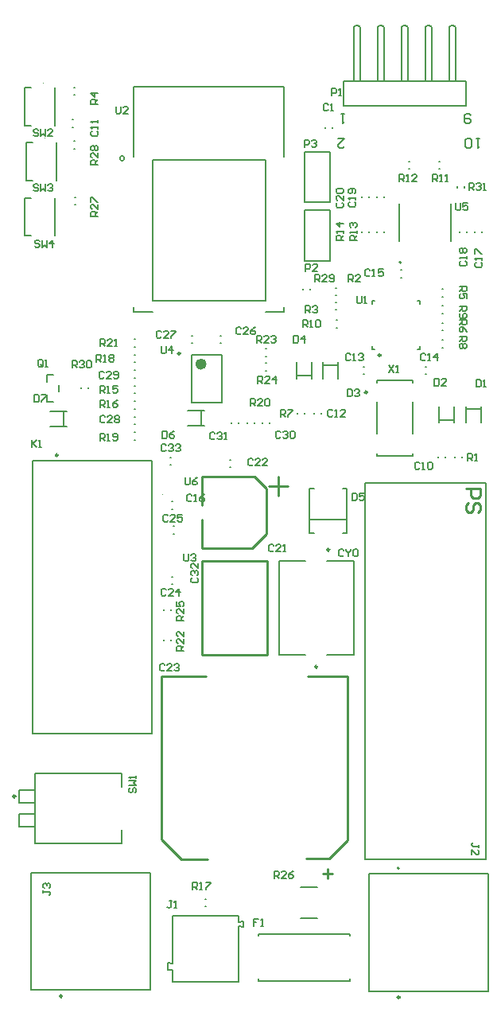
<source format=gto>
G04*
G04 #@! TF.GenerationSoftware,Altium Limited,Altium Designer,20.2.8 (258)*
G04*
G04 Layer_Color=65535*
%FSLAX25Y25*%
%MOIN*%
G70*
G04*
G04 #@! TF.SameCoordinates,EDA4C1AF-4C8F-4A80-A391-42A014D8E1DD*
G04*
G04*
G04 #@! TF.FilePolarity,Positive*
G04*
G01*
G75*
%ADD10C,0.00500*%
%ADD11C,0.00394*%
%ADD12C,0.00984*%
%ADD13C,0.00787*%
%ADD14C,0.02362*%
%ADD15C,0.01000*%
%ADD16C,0.00600*%
D10*
X555539Y466319D02*
G03*
X555539Y466319I-984J0D01*
G01*
X614595Y401850D02*
X622469D01*
Y403819D01*
X559476Y401850D02*
X567350D01*
X559476D02*
Y403819D01*
X622469Y466811D02*
Y496339D01*
X559476D02*
X622469D01*
X559476Y466811D02*
Y496339D01*
X567350Y406732D02*
Y465787D01*
Y406732D02*
X614595D01*
Y465787D01*
X567350D02*
X614595D01*
X629457Y161114D02*
X636543D01*
X629457Y147886D02*
X636543D01*
X656539Y172760D02*
X706933D01*
X656539D02*
Y330240D01*
X706933D01*
Y172760D02*
Y330240D01*
X692317Y431646D02*
Y447354D01*
X670683Y431646D02*
Y447354D01*
X700001Y453000D02*
Y456000D01*
X701501D01*
X702001Y455500D01*
Y454500D01*
X701501Y454000D01*
X700001D01*
X701001D02*
X702001Y453000D01*
X703000Y455500D02*
X703500Y456000D01*
X704500D01*
X704999Y455500D01*
Y455000D01*
X704500Y454500D01*
X704000D01*
X704500D01*
X704999Y454000D01*
Y453500D01*
X704500Y453000D01*
X703500D01*
X703000Y453500D01*
X705999Y453000D02*
X706999D01*
X706499D01*
Y456000D01*
X705999Y455500D01*
X552001Y487999D02*
Y485500D01*
X552501Y485001D01*
X553500D01*
X554000Y485500D01*
Y487999D01*
X556999Y485001D02*
X555000D01*
X556999Y487000D01*
Y487500D01*
X556499Y487999D01*
X555500D01*
X555000Y487500D01*
X581001Y332500D02*
Y330000D01*
X581501Y329501D01*
X582500D01*
X583000Y330000D01*
Y332500D01*
X585999D02*
X585000Y332000D01*
X584000Y331000D01*
Y330000D01*
X584500Y329501D01*
X585499D01*
X585999Y330000D01*
Y330500D01*
X585499Y331000D01*
X584000D01*
X704149Y177500D02*
Y178499D01*
Y178000D01*
X701650D01*
X701150Y178499D01*
Y178999D01*
X701650Y179499D01*
X701150Y174501D02*
Y176500D01*
X703149Y174501D01*
X703649D01*
X704149Y175001D01*
Y176000D01*
X703649Y176500D01*
X618300Y164700D02*
Y167699D01*
X619800D01*
X620299Y167199D01*
Y166200D01*
X619800Y165700D01*
X618300D01*
X619300D02*
X620299Y164700D01*
X623298D02*
X621299D01*
X623298Y166699D01*
Y167199D01*
X622798Y167699D01*
X621799D01*
X621299Y167199D01*
X626297Y167699D02*
X625298Y167199D01*
X624298Y166200D01*
Y165200D01*
X624798Y164700D01*
X625798D01*
X626297Y165200D01*
Y165700D01*
X625798Y166200D01*
X624298D01*
X520001Y431500D02*
X519501Y431999D01*
X518501D01*
X518001Y431500D01*
Y431000D01*
X518501Y430500D01*
X519501D01*
X520001Y430000D01*
Y429500D01*
X519501Y429001D01*
X518501D01*
X518001Y429500D01*
X521000Y431999D02*
Y429001D01*
X522000Y430000D01*
X523000Y429001D01*
Y431999D01*
X525499Y429001D02*
Y431999D01*
X523999Y430500D01*
X525999D01*
X519501Y455000D02*
X519001Y455500D01*
X518001D01*
X517501Y455000D01*
Y454500D01*
X518001Y454000D01*
X519001D01*
X519501Y453500D01*
Y453000D01*
X519001Y452500D01*
X518001D01*
X517501Y453000D01*
X520500Y455500D02*
Y452500D01*
X521500Y453500D01*
X522500Y452500D01*
Y455500D01*
X523499Y455000D02*
X523999Y455500D01*
X524999D01*
X525499Y455000D01*
Y454500D01*
X524999Y454000D01*
X524499D01*
X524999D01*
X525499Y453500D01*
Y453000D01*
X524999Y452500D01*
X523999D01*
X523499Y453000D01*
X533600Y378500D02*
Y381499D01*
X535100D01*
X535599Y380999D01*
Y379999D01*
X535100Y379500D01*
X533600D01*
X534600D02*
X535599Y378500D01*
X536599Y380999D02*
X537099Y381499D01*
X538098D01*
X538598Y380999D01*
Y380499D01*
X538098Y379999D01*
X537599D01*
X538098D01*
X538598Y379500D01*
Y379000D01*
X538098Y378500D01*
X537099D01*
X536599Y379000D01*
X539598Y380999D02*
X540098Y381499D01*
X541098D01*
X541597Y380999D01*
Y379000D01*
X541098Y378500D01*
X540098D01*
X539598Y379000D01*
Y380999D01*
X635501Y414501D02*
Y417499D01*
X637001D01*
X637501Y417000D01*
Y416000D01*
X637001Y415500D01*
X635501D01*
X636501D02*
X637501Y414501D01*
X640500D02*
X638500D01*
X640500Y416500D01*
Y417000D01*
X640000Y417499D01*
X639000D01*
X638500Y417000D01*
X641499Y415000D02*
X641999Y414501D01*
X642999D01*
X643499Y415000D01*
Y417000D01*
X642999Y417499D01*
X641999D01*
X641499Y417000D01*
Y416500D01*
X641999Y416000D01*
X643499D01*
X544499Y463501D02*
X541501D01*
Y465001D01*
X542000Y465501D01*
X543000D01*
X543500Y465001D01*
Y463501D01*
Y464501D02*
X544499Y465501D01*
Y468500D02*
Y466500D01*
X542500Y468500D01*
X542000D01*
X541501Y468000D01*
Y467000D01*
X542000Y466500D01*
Y469499D02*
X541501Y469999D01*
Y470999D01*
X542000Y471499D01*
X542500D01*
X543000Y470999D01*
X543500Y471499D01*
X544000D01*
X544499Y470999D01*
Y469999D01*
X544000Y469499D01*
X543500D01*
X543000Y469999D01*
X542500Y469499D01*
X542000D01*
X543000Y469999D02*
Y470999D01*
X544499Y442001D02*
X541501D01*
Y443501D01*
X542000Y444001D01*
X543000D01*
X543500Y443501D01*
Y442001D01*
Y443001D02*
X544499Y444001D01*
Y447000D02*
Y445000D01*
X542500Y447000D01*
X542000D01*
X541501Y446500D01*
Y445500D01*
X542000Y445000D01*
X541501Y447999D02*
Y449999D01*
X542000D01*
X544000Y447999D01*
X544499D01*
X517900Y367199D02*
Y364200D01*
X519399D01*
X519899Y364700D01*
Y366699D01*
X519399Y367199D01*
X517900D01*
X520899D02*
X522898D01*
Y366699D01*
X520899Y364700D01*
Y364200D01*
X573001Y346000D02*
X572501Y346499D01*
X571501D01*
X571001Y346000D01*
Y344000D01*
X571501Y343500D01*
X572501D01*
X573001Y344000D01*
X574000Y346000D02*
X574500Y346499D01*
X575500D01*
X576000Y346000D01*
Y345500D01*
X575500Y345000D01*
X575000D01*
X575500D01*
X576000Y344500D01*
Y344000D01*
X575500Y343500D01*
X574500D01*
X574000Y344000D01*
X576999Y346000D02*
X577499Y346499D01*
X578499D01*
X578999Y346000D01*
Y345500D01*
X578499Y345000D01*
X577999D01*
X578499D01*
X578999Y344500D01*
Y344000D01*
X578499Y343500D01*
X577499D01*
X576999Y344000D01*
X694501Y447500D02*
Y445000D01*
X695001Y444500D01*
X696000D01*
X696500Y445000D01*
Y447500D01*
X699499D02*
X697500D01*
Y446000D01*
X698499Y446500D01*
X698999D01*
X699499Y446000D01*
Y445000D01*
X698999Y444500D01*
X698000D01*
X697500Y445000D01*
X571001Y387499D02*
Y385000D01*
X571501Y384501D01*
X572500D01*
X573000Y385000D01*
Y387499D01*
X575499Y384501D02*
Y387499D01*
X574000Y386000D01*
X575999D01*
X580501Y300500D02*
Y298000D01*
X581001Y297500D01*
X582000D01*
X582500Y298000D01*
Y300500D01*
X583500Y300000D02*
X584000Y300500D01*
X584999D01*
X585499Y300000D01*
Y299500D01*
X584999Y299000D01*
X584500D01*
X584999D01*
X585499Y298500D01*
Y298000D01*
X584999Y297500D01*
X584000D01*
X583500Y298000D01*
X580500Y272501D02*
X577500D01*
Y274001D01*
X578000Y274501D01*
X579000D01*
X579500Y274001D01*
Y272501D01*
Y273501D02*
X580500Y274501D01*
Y277500D02*
Y275500D01*
X578500Y277500D01*
X578000D01*
X577500Y277000D01*
Y276000D01*
X578000Y275500D01*
X577500Y280499D02*
Y278499D01*
X579000D01*
X578500Y279499D01*
Y279999D01*
X579000Y280499D01*
X580000D01*
X580500Y279999D01*
Y278999D01*
X580000Y278499D01*
X611501Y372001D02*
Y374999D01*
X613001D01*
X613501Y374500D01*
Y373500D01*
X613001Y373000D01*
X611501D01*
X612501D02*
X613501Y372001D01*
X616500D02*
X614500D01*
X616500Y374000D01*
Y374500D01*
X616000Y374999D01*
X615000D01*
X614500Y374500D01*
X618999Y372001D02*
Y374999D01*
X617499Y373500D01*
X619499D01*
X611001Y389001D02*
Y392000D01*
X612501D01*
X613001Y391500D01*
Y390500D01*
X612501Y390000D01*
X611001D01*
X612001D02*
X613001Y389001D01*
X616000D02*
X614000D01*
X616000Y391000D01*
Y391500D01*
X615500Y392000D01*
X614500D01*
X614000Y391500D01*
X616999D02*
X617499Y392000D01*
X618499D01*
X618999Y391500D01*
Y391000D01*
X618499Y390500D01*
X617999D01*
X618499D01*
X618999Y390000D01*
Y389500D01*
X618499Y389001D01*
X617499D01*
X616999Y389500D01*
X580500Y260001D02*
X577500D01*
Y261501D01*
X578000Y262001D01*
X579000D01*
X579500Y261501D01*
Y260001D01*
Y261001D02*
X580500Y262001D01*
Y265000D02*
Y263000D01*
X578500Y265000D01*
X578000D01*
X577500Y264500D01*
Y263500D01*
X578000Y263000D01*
X580500Y267999D02*
Y265999D01*
X578500Y267999D01*
X578000D01*
X577500Y267499D01*
Y266499D01*
X578000Y265999D01*
X545501Y387501D02*
Y390499D01*
X547001D01*
X547501Y390000D01*
Y389000D01*
X547001Y388500D01*
X545501D01*
X546501D02*
X547501Y387501D01*
X550499D02*
X548500D01*
X550499Y389500D01*
Y390000D01*
X550000Y390499D01*
X549000D01*
X548500Y390000D01*
X551499Y387501D02*
X552499D01*
X551999D01*
Y390499D01*
X551499Y390000D01*
X608501Y362501D02*
Y365499D01*
X610001D01*
X610501Y365000D01*
Y364000D01*
X610001Y363500D01*
X608501D01*
X609501D02*
X610501Y362501D01*
X613500D02*
X611500D01*
X613500Y364500D01*
Y365000D01*
X613000Y365499D01*
X612000D01*
X611500Y365000D01*
X614499D02*
X614999Y365499D01*
X615999D01*
X616499Y365000D01*
Y363000D01*
X615999Y362501D01*
X614999D01*
X614499Y363000D01*
Y365000D01*
X545251Y348001D02*
Y350999D01*
X546751D01*
X547251Y350500D01*
Y349500D01*
X546751Y349000D01*
X545251D01*
X546251D02*
X547251Y348001D01*
X548250D02*
X549250D01*
X548750D01*
Y350999D01*
X548250Y350500D01*
X550749Y348500D02*
X551249Y348001D01*
X552249D01*
X552749Y348500D01*
Y350500D01*
X552249Y350999D01*
X551249D01*
X550749Y350500D01*
Y350000D01*
X551249Y349500D01*
X552749D01*
X543751Y381000D02*
Y383999D01*
X545251D01*
X545751Y383500D01*
Y382500D01*
X545251Y382000D01*
X543751D01*
X544751D02*
X545751Y381000D01*
X546750D02*
X547750D01*
X547250D01*
Y383999D01*
X546750Y383500D01*
X549249D02*
X549749Y383999D01*
X550749D01*
X551249Y383500D01*
Y383000D01*
X550749Y382500D01*
X551249Y382000D01*
Y381500D01*
X550749Y381000D01*
X549749D01*
X549249Y381500D01*
Y382000D01*
X549749Y382500D01*
X549249Y383000D01*
Y383500D01*
X549749Y382500D02*
X550749D01*
X584100Y160100D02*
Y163099D01*
X585600D01*
X586099Y162599D01*
Y161600D01*
X585600Y161100D01*
X584100D01*
X585100D02*
X586099Y160100D01*
X587099D02*
X588099D01*
X587599D01*
Y163099D01*
X587099Y162599D01*
X589598Y163099D02*
X591598D01*
Y162599D01*
X589598Y160600D01*
Y160100D01*
X545251Y362000D02*
Y365000D01*
X546751D01*
X547251Y364500D01*
Y363500D01*
X546751Y363000D01*
X545251D01*
X546251D02*
X547251Y362000D01*
X548250D02*
X549250D01*
X548750D01*
Y365000D01*
X548250Y364500D01*
X552749Y365000D02*
X551749Y364500D01*
X550749Y363500D01*
Y362500D01*
X551249Y362000D01*
X552249D01*
X552749Y362500D01*
Y363000D01*
X552249Y363500D01*
X550749D01*
X545251Y368001D02*
Y371000D01*
X546751D01*
X547251Y370500D01*
Y369500D01*
X546751Y369000D01*
X545251D01*
X546251D02*
X547251Y368001D01*
X548250D02*
X549250D01*
X548750D01*
Y371000D01*
X548250Y370500D01*
X552749Y371000D02*
X550749D01*
Y369500D01*
X551749Y370000D01*
X552249D01*
X552749Y369500D01*
Y368500D01*
X552249Y368001D01*
X551249D01*
X550749Y368500D01*
X647293Y432058D02*
X644293D01*
Y433558D01*
X644793Y434058D01*
X645793D01*
X646293Y433558D01*
Y432058D01*
Y433058D02*
X647293Y434058D01*
Y435057D02*
Y436057D01*
Y435557D01*
X644293D01*
X644793Y435057D01*
X647293Y439056D02*
X644293D01*
X645793Y437556D01*
Y439556D01*
X653007Y431858D02*
X650007D01*
Y433358D01*
X650507Y433857D01*
X651507D01*
X652007Y433358D01*
Y431858D01*
Y432858D02*
X653007Y433857D01*
Y434857D02*
Y435857D01*
Y435357D01*
X650007D01*
X650507Y434857D01*
Y437356D02*
X650007Y437856D01*
Y438856D01*
X650507Y439356D01*
X651007D01*
X651507Y438856D01*
Y438356D01*
Y438856D01*
X652007Y439356D01*
X652507D01*
X653007Y438856D01*
Y437856D01*
X652507Y437356D01*
X670751Y456500D02*
Y459500D01*
X672251D01*
X672751Y459000D01*
Y458000D01*
X672251Y457500D01*
X670751D01*
X671751D02*
X672751Y456500D01*
X673750D02*
X674750D01*
X674250D01*
Y459500D01*
X673750Y459000D01*
X678249Y456500D02*
X676249D01*
X678249Y458500D01*
Y459000D01*
X677749Y459500D01*
X676749D01*
X676249Y459000D01*
X684751Y456500D02*
Y459500D01*
X686251D01*
X686750Y459000D01*
Y458000D01*
X686251Y457500D01*
X684751D01*
X685751D02*
X686750Y456500D01*
X687750D02*
X688750D01*
X688250D01*
Y459500D01*
X687750Y459000D01*
X690249Y456500D02*
X691249D01*
X690749D01*
Y459500D01*
X690249Y459000D01*
X521399Y379500D02*
Y381499D01*
X520899Y381999D01*
X519900D01*
X519400Y381499D01*
Y379500D01*
X519900Y379000D01*
X520899D01*
X520400Y380000D02*
X521399Y379000D01*
X520899D02*
X521399Y379500D01*
X522399Y379000D02*
X523399D01*
X522899D01*
Y381999D01*
X522399Y381499D01*
X631001Y471000D02*
Y474000D01*
X632500D01*
X633000Y473500D01*
Y472500D01*
X632500Y472000D01*
X631001D01*
X634000Y473500D02*
X634500Y474000D01*
X635499D01*
X635999Y473500D01*
Y473000D01*
X635499Y472500D01*
X635000D01*
X635499D01*
X635999Y472000D01*
Y471500D01*
X635499Y471000D01*
X634500D01*
X634000Y471500D01*
X631501Y419000D02*
Y422000D01*
X633000D01*
X633500Y421500D01*
Y420500D01*
X633000Y420000D01*
X631501D01*
X636499Y419000D02*
X634500D01*
X636499Y421000D01*
Y421500D01*
X635999Y422000D01*
X635000D01*
X634500Y421500D01*
X516700Y348399D02*
Y345400D01*
Y346400D01*
X518699Y348399D01*
X517200Y346900D01*
X518699Y345400D01*
X519699D02*
X520699D01*
X520199D01*
Y348399D01*
X519699Y347899D01*
X521500Y159500D02*
Y158501D01*
Y159000D01*
X524000D01*
X524500Y158501D01*
Y158001D01*
X524000Y157501D01*
X522000Y160500D02*
X521500Y161000D01*
Y161999D01*
X522000Y162499D01*
X522500D01*
X523000Y161999D01*
Y161500D01*
Y161999D01*
X523500Y162499D01*
X524000D01*
X524500Y161999D01*
Y161000D01*
X524000Y160500D01*
X575499Y155299D02*
X574500D01*
X575000D01*
Y152800D01*
X574500Y152300D01*
X574000D01*
X573500Y152800D01*
X576499Y152300D02*
X577499D01*
X576999D01*
Y155299D01*
X576499Y154799D01*
X611799Y147699D02*
X609800D01*
Y146200D01*
X610800D01*
X609800D01*
Y144700D01*
X612799D02*
X613799D01*
X613299D01*
Y147699D01*
X612799Y147199D01*
X571501Y351999D02*
Y349001D01*
X573000D01*
X573500Y349500D01*
Y351500D01*
X573000Y351999D01*
X571501D01*
X576499D02*
X575499Y351500D01*
X574500Y350500D01*
Y349500D01*
X575000Y349001D01*
X575999D01*
X576499Y349500D01*
Y350000D01*
X575999Y350500D01*
X574500D01*
X651001Y325999D02*
Y323001D01*
X652500D01*
X653000Y323500D01*
Y325500D01*
X652500Y325999D01*
X651001D01*
X655999D02*
X654000D01*
Y324500D01*
X654999Y325000D01*
X655499D01*
X655999Y324500D01*
Y323500D01*
X655499Y323001D01*
X654500D01*
X654000Y323500D01*
X647501Y302000D02*
X647001Y302500D01*
X646001D01*
X645501Y302000D01*
Y300000D01*
X646001Y299500D01*
X647001D01*
X647501Y300000D01*
X648500Y302500D02*
Y302000D01*
X649500Y301000D01*
X650500Y302000D01*
Y302500D01*
X649500Y301000D02*
Y299500D01*
X651499Y302000D02*
X651999Y302500D01*
X652999D01*
X653499Y302000D01*
Y300000D01*
X652999Y299500D01*
X651999D01*
X651499Y300000D01*
Y302000D01*
X584000Y290501D02*
X583500Y290001D01*
Y289001D01*
X584000Y288501D01*
X586000D01*
X586500Y289001D01*
Y290001D01*
X586000Y290501D01*
X584000Y291500D02*
X583500Y292000D01*
Y293000D01*
X584000Y293500D01*
X584500D01*
X585000Y293000D01*
Y292500D01*
Y293000D01*
X585500Y293500D01*
X586000D01*
X586500Y293000D01*
Y292000D01*
X586000Y291500D01*
X586500Y296499D02*
Y294499D01*
X584500Y296499D01*
X584000D01*
X583500Y295999D01*
Y294999D01*
X584000Y294499D01*
X593501Y351000D02*
X593001Y351500D01*
X592001D01*
X591501Y351000D01*
Y349000D01*
X592001Y348500D01*
X593001D01*
X593501Y349000D01*
X594500Y351000D02*
X595000Y351500D01*
X596000D01*
X596499Y351000D01*
Y350500D01*
X596000Y350000D01*
X595500D01*
X596000D01*
X596499Y349500D01*
Y349000D01*
X596000Y348500D01*
X595000D01*
X594500Y349000D01*
X597499Y348500D02*
X598499D01*
X597999D01*
Y351500D01*
X597499Y351000D01*
X621001Y351500D02*
X620501Y351999D01*
X619501D01*
X619001Y351500D01*
Y349500D01*
X619501Y349001D01*
X620501D01*
X621001Y349500D01*
X622000Y351500D02*
X622500Y351999D01*
X623500D01*
X624000Y351500D01*
Y351000D01*
X623500Y350500D01*
X623000D01*
X623500D01*
X624000Y350000D01*
Y349500D01*
X623500Y349001D01*
X622500D01*
X622000Y349500D01*
X624999Y351500D02*
X625499Y351999D01*
X626499D01*
X626999Y351500D01*
Y349500D01*
X626499Y349001D01*
X625499D01*
X624999Y349500D01*
Y351500D01*
X547001Y376500D02*
X546501Y376999D01*
X545501D01*
X545001Y376500D01*
Y374500D01*
X545501Y374001D01*
X546501D01*
X547001Y374500D01*
X550000Y374001D02*
X548000D01*
X550000Y376000D01*
Y376500D01*
X549500Y376999D01*
X548500D01*
X548000Y376500D01*
X550999Y374500D02*
X551499Y374001D01*
X552499D01*
X552999Y374500D01*
Y376500D01*
X552499Y376999D01*
X551499D01*
X550999Y376500D01*
Y376000D01*
X551499Y375500D01*
X552999D01*
X547501Y358000D02*
X547001Y358500D01*
X546001D01*
X545501Y358000D01*
Y356000D01*
X546001Y355501D01*
X547001D01*
X547501Y356000D01*
X550500Y355501D02*
X548500D01*
X550500Y357500D01*
Y358000D01*
X550000Y358500D01*
X549000D01*
X548500Y358000D01*
X551499D02*
X551999Y358500D01*
X552999D01*
X553499Y358000D01*
Y357500D01*
X552999Y357000D01*
X553499Y356500D01*
Y356000D01*
X552999Y355501D01*
X551999D01*
X551499Y356000D01*
Y356500D01*
X551999Y357000D01*
X551499Y357500D01*
Y358000D01*
X551999Y357000D02*
X552999D01*
X571001Y393500D02*
X570501Y394000D01*
X569501D01*
X569001Y393500D01*
Y391500D01*
X569501Y391001D01*
X570501D01*
X571001Y391500D01*
X574000Y391001D02*
X572000D01*
X574000Y393000D01*
Y393500D01*
X573500Y394000D01*
X572500D01*
X572000Y393500D01*
X574999Y394000D02*
X576999D01*
Y393500D01*
X574999Y391500D01*
Y391001D01*
X604501Y395000D02*
X604001Y395499D01*
X603001D01*
X602501Y395000D01*
Y393000D01*
X603001Y392500D01*
X604001D01*
X604501Y393000D01*
X607500Y392500D02*
X605500D01*
X607500Y394500D01*
Y395000D01*
X607000Y395499D01*
X606000D01*
X605500Y395000D01*
X610499Y395499D02*
X609499Y395000D01*
X608499Y394000D01*
Y393000D01*
X608999Y392500D01*
X609999D01*
X610499Y393000D01*
Y393500D01*
X609999Y394000D01*
X608499D01*
X573779Y316568D02*
X573279Y317068D01*
X572279D01*
X571779Y316568D01*
Y314569D01*
X572279Y314069D01*
X573279D01*
X573779Y314569D01*
X576778Y314069D02*
X574778D01*
X576778Y316068D01*
Y316568D01*
X576278Y317068D01*
X575278D01*
X574778Y316568D01*
X579777Y317068D02*
X577777D01*
Y315568D01*
X578777Y316068D01*
X579277D01*
X579777Y315568D01*
Y314569D01*
X579277Y314069D01*
X578277D01*
X577777Y314569D01*
X573001Y285500D02*
X572501Y285999D01*
X571501D01*
X571001Y285500D01*
Y283500D01*
X571501Y283000D01*
X572501D01*
X573001Y283500D01*
X576000Y283000D02*
X574000D01*
X576000Y285000D01*
Y285500D01*
X575500Y285999D01*
X574500D01*
X574000Y285500D01*
X578499Y283000D02*
Y285999D01*
X576999Y284500D01*
X578999D01*
X572501Y254000D02*
X572001Y254500D01*
X571001D01*
X570501Y254000D01*
Y252000D01*
X571001Y251501D01*
X572001D01*
X572501Y252000D01*
X575500Y251501D02*
X573500D01*
X575500Y253500D01*
Y254000D01*
X575000Y254500D01*
X574000D01*
X573500Y254000D01*
X576499D02*
X576999Y254500D01*
X577999D01*
X578499Y254000D01*
Y253500D01*
X577999Y253000D01*
X577499D01*
X577999D01*
X578499Y252500D01*
Y252000D01*
X577999Y251501D01*
X576999D01*
X576499Y252000D01*
X609501Y340000D02*
X609001Y340499D01*
X608001D01*
X607501Y340000D01*
Y338000D01*
X608001Y337501D01*
X609001D01*
X609501Y338000D01*
X612500Y337501D02*
X610500D01*
X612500Y339500D01*
Y340000D01*
X612000Y340499D01*
X611000D01*
X610500Y340000D01*
X615499Y337501D02*
X613499D01*
X615499Y339500D01*
Y340000D01*
X614999Y340499D01*
X613999D01*
X613499Y340000D01*
X618162Y304000D02*
X617662Y304500D01*
X616662D01*
X616163Y304000D01*
Y302000D01*
X616662Y301501D01*
X617662D01*
X618162Y302000D01*
X621161Y301501D02*
X619162D01*
X621161Y303500D01*
Y304000D01*
X620661Y304500D01*
X619661D01*
X619162Y304000D01*
X622161Y301501D02*
X623160D01*
X622660D01*
Y304500D01*
X622161Y304000D01*
X644793Y447701D02*
X644293Y447201D01*
Y446201D01*
X644793Y445701D01*
X646793D01*
X647293Y446201D01*
Y447201D01*
X646793Y447701D01*
X647293Y450700D02*
Y448700D01*
X645293Y450700D01*
X644793D01*
X644293Y450200D01*
Y449200D01*
X644793Y448700D01*
Y451699D02*
X644293Y452199D01*
Y453199D01*
X644793Y453699D01*
X646793D01*
X647293Y453199D01*
Y452199D01*
X646793Y451699D01*
X644793D01*
X650000Y448051D02*
X649501Y447551D01*
Y446551D01*
X650000Y446051D01*
X652000D01*
X652499Y446551D01*
Y447551D01*
X652000Y448051D01*
X652499Y449050D02*
Y450050D01*
Y449550D01*
X649501D01*
X650000Y449050D01*
X652000Y451549D02*
X652499Y452049D01*
Y453049D01*
X652000Y453549D01*
X650000D01*
X649501Y453049D01*
Y452049D01*
X650000Y451549D01*
X650500D01*
X651000Y452049D01*
Y453549D01*
X696500Y423251D02*
X696000Y422751D01*
Y421751D01*
X696500Y421251D01*
X698500D01*
X699000Y421751D01*
Y422751D01*
X698500Y423251D01*
X699000Y424250D02*
Y425250D01*
Y424750D01*
X696000D01*
X696500Y424250D01*
Y426749D02*
X696000Y427249D01*
Y428249D01*
X696500Y428749D01*
X697000D01*
X697500Y428249D01*
X698000Y428749D01*
X698500D01*
X699000Y428249D01*
Y427249D01*
X698500Y426749D01*
X698000D01*
X697500Y427249D01*
X697000Y426749D01*
X696500D01*
X697500Y427249D02*
Y428249D01*
X703000Y422751D02*
X702500Y422251D01*
Y421251D01*
X703000Y420751D01*
X705000D01*
X705500Y421251D01*
Y422251D01*
X705000Y422751D01*
X705500Y423750D02*
Y424750D01*
Y424250D01*
X702500D01*
X703000Y423750D01*
X702500Y426249D02*
Y428249D01*
X703000D01*
X705000Y426249D01*
X705500D01*
X666501Y379500D02*
X668500Y376501D01*
Y379500D02*
X666501Y376501D01*
X669500D02*
X670499D01*
X670000D01*
Y379500D01*
X669500Y379000D01*
X653001Y408499D02*
Y406000D01*
X653501Y405501D01*
X654500D01*
X655000Y406000D01*
Y408499D01*
X656000Y405501D02*
X656999D01*
X656499D01*
Y408499D01*
X656000Y408000D01*
X519501Y478000D02*
X519001Y478500D01*
X518001D01*
X517501Y478000D01*
Y477500D01*
X518001Y477000D01*
X519001D01*
X519501Y476500D01*
Y476000D01*
X519001Y475500D01*
X518001D01*
X517501Y476000D01*
X520500Y478500D02*
Y475500D01*
X521500Y476500D01*
X522500Y475500D01*
Y478500D01*
X525499Y475500D02*
X523499D01*
X525499Y477500D01*
Y478000D01*
X524999Y478500D01*
X523999D01*
X523499Y478000D01*
X558000Y202501D02*
X557501Y202001D01*
Y201001D01*
X558000Y200501D01*
X558500D01*
X559000Y201001D01*
Y202001D01*
X559500Y202501D01*
X560000D01*
X560499Y202001D01*
Y201001D01*
X560000Y200501D01*
X557501Y203500D02*
X560499D01*
X559500Y204500D01*
X560499Y205500D01*
X557501D01*
X560499Y206499D02*
Y207499D01*
Y206999D01*
X557501D01*
X558000Y206499D01*
X630251Y395500D02*
Y398499D01*
X631751D01*
X632251Y398000D01*
Y397000D01*
X631751Y396500D01*
X630251D01*
X631251D02*
X632251Y395500D01*
X633250D02*
X634250D01*
X633750D01*
Y398499D01*
X633250Y398000D01*
X635749D02*
X636249Y398499D01*
X637249D01*
X637749Y398000D01*
Y396000D01*
X637249Y395500D01*
X636249D01*
X635749Y396000D01*
Y398000D01*
X696000Y404396D02*
X699000D01*
Y402896D01*
X698500Y402396D01*
X697500D01*
X697000Y402896D01*
Y404396D01*
Y403396D02*
X696000Y402396D01*
X696500Y401397D02*
X696000Y400897D01*
Y399897D01*
X696500Y399397D01*
X698500D01*
X699000Y399897D01*
Y400897D01*
X698500Y401397D01*
X698000D01*
X697500Y400897D01*
Y399397D01*
X696000Y391689D02*
X699000D01*
Y390190D01*
X698500Y389690D01*
X697500D01*
X697000Y390190D01*
Y391689D01*
Y390689D02*
X696000Y389690D01*
X698500Y388690D02*
X699000Y388190D01*
Y387191D01*
X698500Y386691D01*
X698000D01*
X697500Y387191D01*
X697000Y386691D01*
X696500D01*
X696000Y387191D01*
Y388190D01*
X696500Y388690D01*
X697000D01*
X697500Y388190D01*
X698000Y388690D01*
X698500D01*
X697500Y388190D02*
Y387191D01*
X621001Y358000D02*
Y360999D01*
X622500D01*
X623000Y360500D01*
Y359500D01*
X622500Y359000D01*
X621001D01*
X622001D02*
X623000Y358000D01*
X624000Y360999D02*
X625999D01*
Y360500D01*
X624000Y358500D01*
Y358000D01*
X696000Y398499D02*
X699000D01*
Y397000D01*
X698500Y396500D01*
X697500D01*
X697000Y397000D01*
Y398499D01*
Y397499D02*
X696000Y396500D01*
X699000Y393501D02*
X698500Y394500D01*
X697500Y395500D01*
X696500D01*
X696000Y395000D01*
Y394001D01*
X696500Y393501D01*
X697000D01*
X697500Y394001D01*
Y395500D01*
X696000Y412499D02*
X699000D01*
Y411000D01*
X698500Y410500D01*
X697500D01*
X697000Y411000D01*
Y412499D01*
Y411500D02*
X696000Y410500D01*
X699000Y407501D02*
Y409500D01*
X697500D01*
X698000Y408500D01*
Y408001D01*
X697500Y407501D01*
X696500D01*
X696000Y408001D01*
Y409000D01*
X696500Y409500D01*
X544499Y489001D02*
X541501D01*
Y490500D01*
X542000Y491000D01*
X543000D01*
X543500Y490500D01*
Y489001D01*
Y490000D02*
X544499Y491000D01*
Y493499D02*
X541501D01*
X543000Y492000D01*
Y493999D01*
X631501Y401501D02*
Y404499D01*
X633000D01*
X633500Y404000D01*
Y403000D01*
X633000Y402500D01*
X631501D01*
X632501D02*
X633500Y401501D01*
X634500Y404000D02*
X635000Y404499D01*
X635999D01*
X636499Y404000D01*
Y403500D01*
X635999Y403000D01*
X635499D01*
X635999D01*
X636499Y402500D01*
Y402000D01*
X635999Y401501D01*
X635000D01*
X634500Y402000D01*
X649501Y414501D02*
Y417499D01*
X651000D01*
X651500Y417000D01*
Y416000D01*
X651000Y415500D01*
X649501D01*
X650500D02*
X651500Y414501D01*
X654499D02*
X652500D01*
X654499Y416500D01*
Y417000D01*
X653999Y417499D01*
X653000D01*
X652500Y417000D01*
X699501Y339500D02*
Y342499D01*
X701000D01*
X701500Y342000D01*
Y341000D01*
X701000Y340500D01*
X699501D01*
X700500D02*
X701500Y339500D01*
X702500D02*
X703499D01*
X702999D01*
Y342499D01*
X702500Y342000D01*
X642501Y492500D02*
Y495500D01*
X644000D01*
X644500Y495000D01*
Y494000D01*
X644000Y493500D01*
X642501D01*
X645500Y492500D02*
X646499D01*
X645999D01*
Y495500D01*
X645500Y495000D01*
X626501Y392000D02*
Y389001D01*
X628000D01*
X628500Y389500D01*
Y391500D01*
X628000Y392000D01*
X626501D01*
X630999Y389001D02*
Y392000D01*
X629500Y390500D01*
X631499D01*
X649001Y369499D02*
Y366500D01*
X650500D01*
X651000Y367000D01*
Y369000D01*
X650500Y369499D01*
X649001D01*
X652000Y369000D02*
X652500Y369499D01*
X653499D01*
X653999Y369000D01*
Y368500D01*
X653499Y368000D01*
X652999D01*
X653499D01*
X653999Y367500D01*
Y367000D01*
X653499Y366500D01*
X652500D01*
X652000Y367000D01*
X685501Y374000D02*
Y371001D01*
X687000D01*
X687500Y371500D01*
Y373500D01*
X687000Y374000D01*
X685501D01*
X690499Y371001D02*
X688500D01*
X690499Y373000D01*
Y373500D01*
X689999Y374000D01*
X689000D01*
X688500Y373500D01*
X703001Y373499D02*
Y370500D01*
X704500D01*
X705000Y371000D01*
Y373000D01*
X704500Y373499D01*
X703001D01*
X706000Y370500D02*
X706999D01*
X706499D01*
Y373499D01*
X706000Y373000D01*
X583751Y325000D02*
X583251Y325500D01*
X582251D01*
X581751Y325000D01*
Y323000D01*
X582251Y322500D01*
X583251D01*
X583751Y323000D01*
X584750Y322500D02*
X585750D01*
X585250D01*
Y325500D01*
X584750Y325000D01*
X589249Y325500D02*
X588249Y325000D01*
X587249Y324000D01*
Y323000D01*
X587749Y322500D01*
X588749D01*
X589249Y323000D01*
Y323500D01*
X588749Y324000D01*
X587249D01*
X658451Y419400D02*
X657951Y419900D01*
X656951D01*
X656451Y419400D01*
Y417400D01*
X656951Y416900D01*
X657951D01*
X658451Y417400D01*
X659450Y416900D02*
X660450D01*
X659950D01*
Y419900D01*
X659450Y419400D01*
X663949Y419900D02*
X661949D01*
Y418400D01*
X662949Y418900D01*
X663449D01*
X663949Y418400D01*
Y417400D01*
X663449Y416900D01*
X662449D01*
X661949Y417400D01*
X681751Y384000D02*
X681251Y384500D01*
X680251D01*
X679751Y384000D01*
Y382000D01*
X680251Y381501D01*
X681251D01*
X681751Y382000D01*
X682750Y381501D02*
X683750D01*
X683250D01*
Y384500D01*
X682750Y384000D01*
X686749Y381501D02*
Y384500D01*
X685249Y383000D01*
X687249D01*
X650251Y384000D02*
X649751Y384500D01*
X648751D01*
X648251Y384000D01*
Y382000D01*
X648751Y381501D01*
X649751D01*
X650251Y382000D01*
X651250Y381501D02*
X652250D01*
X651750D01*
Y384500D01*
X651250Y384000D01*
X653749D02*
X654249Y384500D01*
X655249D01*
X655749Y384000D01*
Y383500D01*
X655249Y383000D01*
X654749D01*
X655249D01*
X655749Y382500D01*
Y382000D01*
X655249Y381501D01*
X654249D01*
X653749Y382000D01*
X642751Y360500D02*
X642251Y360999D01*
X641251D01*
X640751Y360500D01*
Y358500D01*
X641251Y358000D01*
X642251D01*
X642751Y358500D01*
X643750Y358000D02*
X644750D01*
X644250D01*
Y360999D01*
X643750Y360500D01*
X648249Y358000D02*
X646249D01*
X648249Y360000D01*
Y360500D01*
X647749Y360999D01*
X646749D01*
X646249Y360500D01*
X542000Y477750D02*
X541501Y477251D01*
Y476251D01*
X542000Y475751D01*
X544000D01*
X544499Y476251D01*
Y477251D01*
X544000Y477750D01*
X544499Y478750D02*
Y479750D01*
Y479250D01*
X541501D01*
X542000Y478750D01*
X544499Y481249D02*
Y482249D01*
Y481749D01*
X541501D01*
X542000Y481249D01*
X679251Y338500D02*
X678751Y339000D01*
X677751D01*
X677251Y338500D01*
Y336500D01*
X677751Y336000D01*
X678751D01*
X679251Y336500D01*
X680250Y336000D02*
X681250D01*
X680750D01*
Y339000D01*
X680250Y338500D01*
X682749D02*
X683249Y339000D01*
X684249D01*
X684749Y338500D01*
Y336500D01*
X684249Y336000D01*
X683249D01*
X682749Y336500D01*
Y338500D01*
X640965Y488778D02*
X640465Y489278D01*
X639465D01*
X638965Y488778D01*
Y486779D01*
X639465Y486279D01*
X640465D01*
X640965Y486779D01*
X641964Y486279D02*
X642964D01*
X642464D01*
Y489278D01*
X641964Y488778D01*
D11*
X571760Y325488D02*
G03*
X571760Y325488I-197J0D01*
G01*
Y293988D02*
G03*
X571760Y293988I-197J0D01*
G01*
X521697Y497843D02*
G03*
X521697Y497843I-197J0D01*
G01*
X522197Y474843D02*
G03*
X522197Y474843I-197J0D01*
G01*
X521697Y451650D02*
G03*
X521697Y451650I-197J0D01*
G01*
D12*
X527728Y341949D02*
G03*
X527728Y341949I-492J0D01*
G01*
X670992Y114839D02*
G03*
X670992Y114839I-492J0D01*
G01*
X641492Y302358D02*
G03*
X641492Y302358I-492J0D01*
G01*
X636492Y253295D02*
G03*
X636492Y253295I-492J0D01*
G01*
X578976Y384531D02*
G03*
X578976Y384531I-492J0D01*
G01*
X529492Y115339D02*
G03*
X529492Y115339I-492J0D01*
G01*
X657287Y368327D02*
G03*
X657287Y368327I-492J0D01*
G01*
X663004Y383803D02*
G03*
X663004Y383803I-492J0D01*
G01*
X509894Y199000D02*
G03*
X509894Y199000I-492J0D01*
G01*
D13*
X670713Y168823D02*
G03*
X670713Y168823I-394J0D01*
G01*
X671529Y422669D02*
G03*
X671529Y422669I-394J0D01*
G01*
X698175Y454103D02*
Y454497D01*
X695025Y454103D02*
Y454497D01*
X684260Y498795D02*
Y521335D01*
X681740Y498795D02*
Y521335D01*
X683472Y522122D02*
X684260Y521335D01*
X681740D02*
X682528Y522122D01*
X683472D01*
X664260Y498795D02*
Y521335D01*
X661740Y498795D02*
Y521335D01*
X663472Y522122D02*
X664260Y521335D01*
X661740D02*
X662528Y522122D01*
X663472D01*
X652528D02*
X653472D01*
X651740Y521335D02*
X652528Y522122D01*
X653472D02*
X654260Y521335D01*
X651740Y498795D02*
Y521335D01*
X654260Y498795D02*
Y521335D01*
X698591Y488205D02*
Y498795D01*
X647409D02*
X698591D01*
X647409Y488205D02*
Y498795D01*
Y488205D02*
X698591D01*
X672528Y522122D02*
X673472D01*
X671740Y521335D02*
X672528Y522122D01*
X673472D02*
X674260Y521335D01*
X671740Y498795D02*
Y521335D01*
X674260Y498795D02*
Y521335D01*
X692528Y522122D02*
X693472D01*
X691740Y521335D02*
X692528Y522122D01*
X693472D02*
X694260Y521335D01*
X691740Y498795D02*
Y521335D01*
X694260Y498795D02*
Y521335D01*
X641795Y447909D02*
Y469091D01*
X631205Y447909D02*
X641795D01*
X631205D02*
Y469091D01*
X641795D01*
X576081Y312143D02*
X576475D01*
X576081Y308994D02*
X576475D01*
X575303Y291075D02*
X575697D01*
X575303Y287925D02*
X575697D01*
X567000Y225413D02*
Y339587D01*
X517000Y225413D02*
X567000D01*
X517000D02*
Y339587D01*
X567000D01*
X575303Y319425D02*
X575697D01*
X575303Y322575D02*
X575697D01*
X658000Y117398D02*
X707999D01*
Y166610D01*
X658001D02*
X707999D01*
X658000Y117398D02*
Y166610D01*
X574803Y341075D02*
X575197D01*
X574803Y337925D02*
X575197D01*
X599803Y336925D02*
X600197D01*
X599803Y340075D02*
X600197D01*
X702425Y435303D02*
Y435697D01*
X705575Y435303D02*
Y435697D01*
X699075Y435303D02*
Y435697D01*
X695925Y435303D02*
Y435697D01*
X540575Y369803D02*
Y370197D01*
X537425Y369803D02*
Y370197D01*
X524555Y353811D02*
X531445D01*
X524555Y360189D02*
X531445D01*
X530205Y354047D02*
Y359953D01*
X522941Y364252D02*
X525589D01*
X522941Y372535D02*
Y375748D01*
Y364252D02*
Y367465D01*
Y375748D02*
X525589D01*
X528059Y368795D02*
Y371205D01*
X575075Y276803D02*
Y277197D01*
X571925Y276803D02*
Y277197D01*
X575075Y264303D02*
Y264697D01*
X571925Y264303D02*
Y264697D01*
X633244Y309150D02*
Y327850D01*
X646925D02*
X648756D01*
X633244D02*
X635075D01*
X648756Y309150D02*
Y327850D01*
X646925Y309150D02*
X648756D01*
X633244D02*
X635075D01*
X633559Y315055D02*
X648441D01*
X620252Y258315D02*
Y297685D01*
X651748Y258315D02*
Y297685D01*
X620252Y258315D02*
X631571D01*
X640429Y297685D02*
X651748D01*
X640429Y258315D02*
X651748D01*
X620252Y297685D02*
X631571D01*
X616575Y355303D02*
Y355697D01*
X613425Y355303D02*
Y355697D01*
X606925Y355303D02*
Y355697D01*
X610075Y355303D02*
Y355697D01*
X583803Y392075D02*
X584197D01*
X583803Y388925D02*
X584197D01*
X595803Y392075D02*
X596197D01*
X595803Y388925D02*
X596197D01*
X603575Y355303D02*
Y355697D01*
X600425Y355303D02*
Y355697D01*
X614803Y383425D02*
X615197D01*
X614803Y386575D02*
X615197D01*
X559803Y354925D02*
X560197D01*
X559803Y358075D02*
X560197D01*
X559803Y364575D02*
X560197D01*
X559803Y361425D02*
X560197D01*
X559803Y367925D02*
X560197D01*
X559803Y371075D02*
X560197D01*
X559803Y377575D02*
X560197D01*
X559803Y374425D02*
X560197D01*
X559803Y380925D02*
X560197D01*
X559803Y384075D02*
X560197D01*
X559803Y390575D02*
X560197D01*
X559803Y387425D02*
X560197D01*
X582055Y354311D02*
X588945D01*
X582055Y360689D02*
X588945D01*
X587705Y354547D02*
Y360453D01*
X559803Y351575D02*
X560197D01*
X559803Y348425D02*
X560197D01*
X614803Y377425D02*
X615197D01*
X614803Y380575D02*
X615197D01*
X583701Y363961D02*
X596299D01*
X583701Y384039D02*
X596299D01*
Y363961D02*
Y384039D01*
X583701Y363961D02*
Y384039D01*
X630425Y411303D02*
Y411697D01*
X633575Y411303D02*
Y411697D01*
X658075Y435303D02*
Y435697D01*
X654925Y435303D02*
Y435697D01*
X664575Y435303D02*
Y435697D01*
X661425Y435303D02*
Y435697D01*
X674803Y461925D02*
X675197D01*
X674803Y465075D02*
X675197D01*
X687303D02*
X687697D01*
X687303Y461925D02*
X687697D01*
X658075Y449803D02*
Y450197D01*
X654925Y449803D02*
Y450197D01*
X664575Y449803D02*
Y450197D01*
X661425Y449803D02*
Y450197D01*
X513823Y495874D02*
X516579D01*
X513823Y480126D02*
Y495874D01*
Y480126D02*
X516579D01*
X526421D02*
Y495874D01*
X514323Y472874D02*
X517079D01*
X514323Y457126D02*
Y472874D01*
Y457126D02*
X517079D01*
X526921D02*
Y472874D01*
X513823Y449681D02*
X516579D01*
X513823Y433933D02*
Y449681D01*
Y433933D02*
X516579D01*
X526421D02*
Y449681D01*
X516500Y117898D02*
Y167110D01*
X516501Y167110D02*
X566499D01*
Y117898D02*
Y167110D01*
X516500Y117898D02*
X566499D01*
X631205Y444591D02*
X641795D01*
X631205Y423410D02*
Y444591D01*
Y423410D02*
X641795D01*
Y444591D01*
X688803Y401322D02*
X689197D01*
X688803Y404471D02*
X689197D01*
X671503Y416325D02*
X671897D01*
X671503Y419475D02*
X671897D01*
X705189Y355555D02*
Y362445D01*
X698811Y355555D02*
Y362445D01*
X699047Y361205D02*
X704953D01*
X687311Y355555D02*
Y362445D01*
X693689Y355555D02*
Y362445D01*
X687547Y356795D02*
X693453D01*
X661520Y372461D02*
Y373248D01*
X676480D01*
Y372461D02*
Y373248D01*
X661520Y341752D02*
Y342539D01*
Y341752D02*
X676480D01*
Y342539D01*
X661520Y350807D02*
Y364193D01*
X676480Y350807D02*
Y364193D01*
X645189Y374055D02*
Y380945D01*
X638811Y374055D02*
Y380945D01*
X639047Y379705D02*
X644953D01*
X681803Y379075D02*
X682197D01*
X681803Y375925D02*
X682197D01*
X688803Y390265D02*
X689197D01*
X688803Y387115D02*
X689197D01*
X688803Y397368D02*
X689197D01*
X688803Y394218D02*
X689197D01*
X659461Y386461D02*
Y387543D01*
Y405457D02*
Y406539D01*
X678457D02*
X679539D01*
X659461D02*
X660543D01*
X679539Y386461D02*
Y387543D01*
Y405457D02*
Y406539D01*
X678457Y386461D02*
X679539D01*
X659461D02*
X660543D01*
X644303Y398575D02*
X644697D01*
X644303Y395425D02*
X644697D01*
X644153Y402925D02*
X644547D01*
X644153Y406075D02*
X644547D01*
X655803Y375925D02*
X656197D01*
X655803Y379075D02*
X656197D01*
X627811Y374055D02*
Y380945D01*
X634189Y374055D02*
Y380945D01*
X628047Y375295D02*
X633953D01*
X638075Y359303D02*
Y359697D01*
X634925Y359303D02*
Y359697D01*
X697075Y340803D02*
Y341197D01*
X693925Y340803D02*
Y341197D01*
X631075Y359303D02*
Y359697D01*
X627925Y359303D02*
Y359697D01*
X644153Y408925D02*
X644547D01*
X644153Y412075D02*
X644547D01*
X690075Y340803D02*
Y341197D01*
X686925Y340803D02*
Y341197D01*
X688803Y408425D02*
X689197D01*
X688803Y411575D02*
X689197D01*
X642875Y478903D02*
Y479297D01*
X639725Y478903D02*
Y479297D01*
X534803Y450075D02*
X535197D01*
X534803Y446925D02*
X535197D01*
X534303Y473575D02*
X534697D01*
X534303Y470425D02*
X534697D01*
X554264Y179236D02*
Y184965D01*
Y203035D02*
Y208764D01*
X511469Y201756D02*
X518004D01*
X511469Y196244D02*
Y201756D01*
Y196244D02*
X518004D01*
X511469Y186244D02*
Y191756D01*
X518004D01*
X511469Y186244D02*
X518004D01*
Y179236D02*
Y208764D01*
X554264D01*
X518004Y179236D02*
X554264D01*
X650153Y121598D02*
Y122524D01*
Y140476D02*
Y141402D01*
X611846D02*
X650153D01*
X611846Y121598D02*
Y122524D01*
Y140476D02*
Y141402D01*
Y121598D02*
X650153D01*
X589453Y156075D02*
X589847D01*
X589453Y152925D02*
X589847D01*
X603390Y144555D02*
X605359Y144362D01*
X603390Y146327D02*
X605359Y146520D01*
X605358Y144358D02*
Y146524D01*
X575831Y148886D02*
X603390D01*
X575831Y121327D02*
Y126445D01*
Y121327D02*
X603390D01*
Y146327D02*
Y148886D01*
Y121327D02*
Y144555D01*
X573862Y126137D02*
Y129280D01*
Y126137D02*
X575831Y126445D01*
Y129004D02*
Y148886D01*
X573862Y129280D02*
X575836Y129006D01*
X534303Y492925D02*
X534697D01*
X534303Y496075D02*
X534697D01*
X533803Y479425D02*
X534197D01*
X533803Y482575D02*
X534197D01*
D14*
X588819Y380102D02*
G03*
X588819Y380102I-1181J0D01*
G01*
D15*
X610000Y333000D02*
X615000Y328000D01*
X588000Y333000D02*
X610000D01*
X588000Y321000D02*
Y333000D01*
Y303000D02*
Y315000D01*
Y303000D02*
X609000D01*
X615000Y309000D01*
Y328000D01*
X620000Y325000D02*
Y333000D01*
X616000Y329000D02*
X624000D01*
X588000Y258315D02*
Y297685D01*
X615559Y258315D02*
Y297685D01*
X588000Y258315D02*
X615559D01*
X588000Y297685D02*
X615559D01*
X631893Y172935D02*
X641410D01*
X649082Y180607D01*
Y249263D01*
X632282D02*
X649082D01*
X579552Y172547D02*
X590331D01*
X571103Y180995D02*
X579552Y172547D01*
X571103Y180995D02*
Y249457D01*
X589748D01*
X640816Y168634D02*
Y164635D01*
X642816Y166634D02*
X638817D01*
X698683Y327998D02*
X704681D01*
Y324999D01*
X703682Y324000D01*
X701682D01*
X700683Y324999D01*
Y327998D01*
X703682Y318002D02*
X704681Y319001D01*
Y321001D01*
X703682Y322000D01*
X702682D01*
X701682Y321001D01*
Y319001D01*
X700683Y318002D01*
X699683D01*
X698683Y319001D01*
Y321001D01*
X699683Y322000D01*
D16*
X704496Y474602D02*
X703163D01*
X703830D01*
Y470604D01*
X704496Y471270D01*
X701164D02*
X700497Y470604D01*
X699164D01*
X698498Y471270D01*
Y473936D01*
X699164Y474602D01*
X700497D01*
X701164Y473936D01*
Y471270D01*
X700598Y484172D02*
X699932Y484839D01*
X698599D01*
X697933Y484172D01*
Y481506D01*
X698599Y480840D01*
X699932D01*
X700598Y481506D01*
Y482173D01*
X699932Y482839D01*
X697933D01*
X647764Y484839D02*
X646431D01*
X647097D01*
Y480840D01*
X647764Y481506D01*
X645098Y474602D02*
X647764D01*
X645098Y471937D01*
Y471270D01*
X645764Y470604D01*
X647097D01*
X647764Y471270D01*
M02*

</source>
